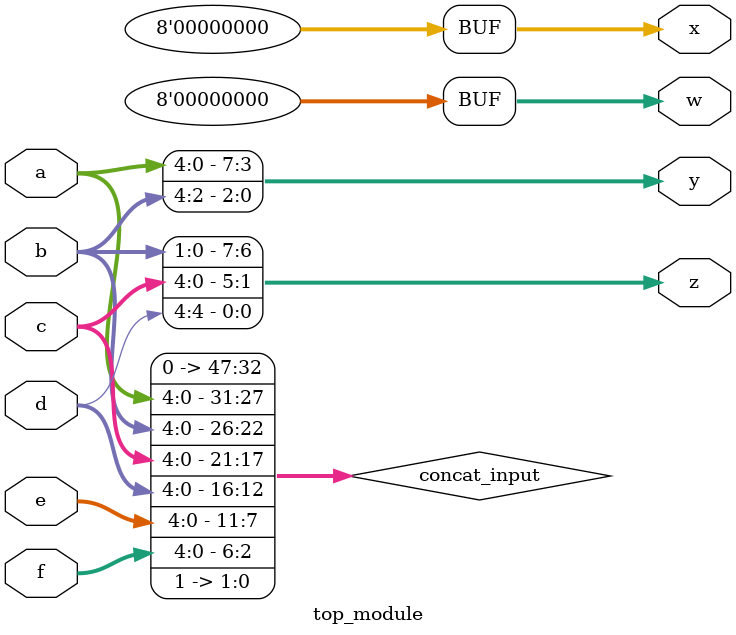
<source format=sv>
module top_module (
    input [4:0] a,
    input [4:0] b,
    input [4:0] c,
    input [4:0] d,
    input [4:0] e,
    input [4:0] f,
    output [7:0] w,
    output [7:0] x,
    output [7:0] y,
    output [7:0] z
);

    // Concatenation of input signals
    wire [47:0] concat_input;
    assign concat_input = {a, b, c, d, e, f, 2'b11};

    // Slicing the concatenation into output signals
    assign w = concat_input[47:40];
    assign x = concat_input[39:32];
    assign y = concat_input[31:24];
    assign z = concat_input[23:16];

endmodule

</source>
